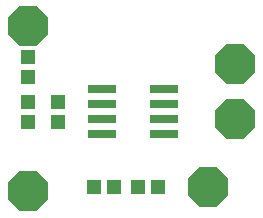
<source format=gts>
G75*
G70*
%OFA0B0*%
%FSLAX24Y24*%
%IPPOS*%
%LPD*%
%AMOC8*
5,1,8,0,0,1.08239X$1,22.5*
%
%ADD10R,0.0946X0.0316*%
%ADD11R,0.0474X0.0513*%
%ADD12R,0.0513X0.0474*%
%ADD13OC8,0.1330*%
D10*
X003622Y003896D03*
X003622Y004396D03*
X003622Y004896D03*
X003622Y005396D03*
X005669Y005396D03*
X005669Y004896D03*
X005669Y004396D03*
X005669Y003896D03*
D11*
X005480Y002146D03*
X004811Y002146D03*
X002146Y004311D03*
X002146Y004981D03*
X001146Y004981D03*
X001146Y004311D03*
D12*
X001146Y005811D03*
X001146Y006481D03*
X003361Y002146D03*
X004030Y002146D03*
D13*
X001146Y001996D03*
X001146Y007496D03*
X007146Y002146D03*
X008046Y004396D03*
X008046Y006246D03*
M02*

</source>
